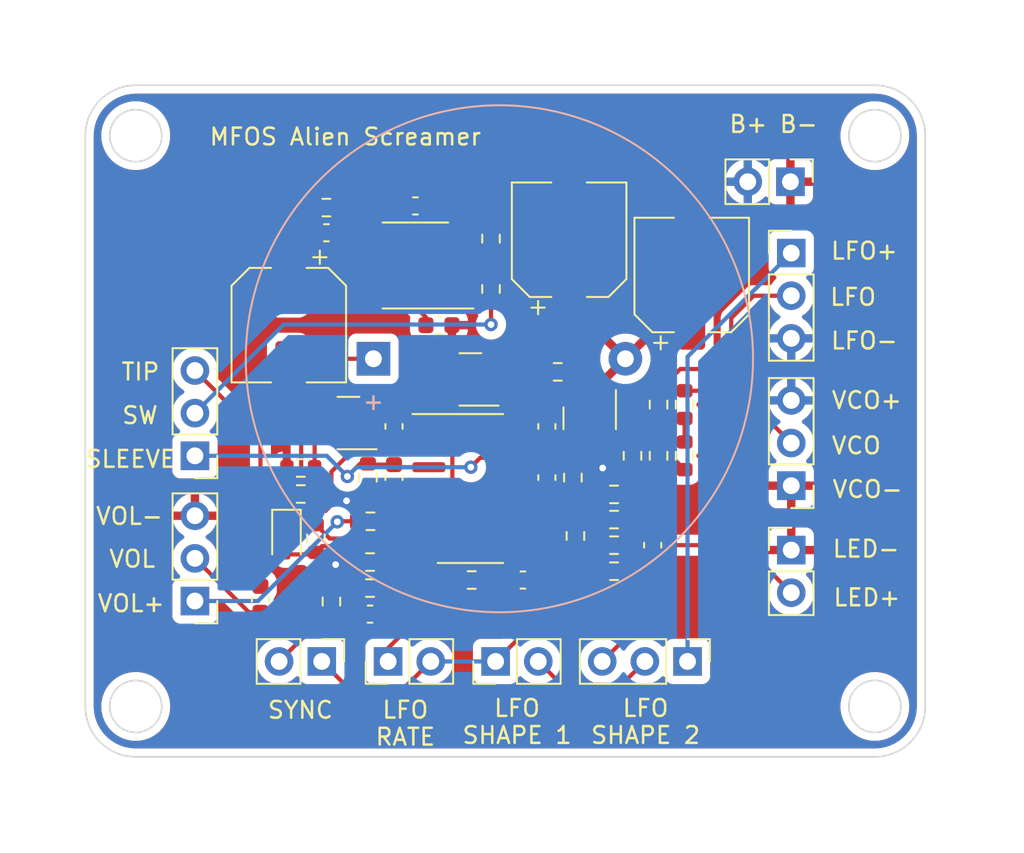
<source format=kicad_pcb>
(kicad_pcb (version 20221018) (generator pcbnew)
  (layers (0 "F.Cu" signal) (31 "B.Cu" signal) (34 "B.Paste" user) (35 "F.Paste" user) (36 "B.SilkS" user "B.Silkscreen") (37 "F.SilkS" user "F.Silkscreen") (38 "B.Mask" user) (39 "F.Mask" user) (44 "Edge.Cuts" user))
  (net 0 "")
  (net 1 "BP")
  (net 2 "BN")
  (net 3 "GND")
  (net 4 "Net-(U1C--)")
  (net 5 "Net-(C5-Pad1)")
  (net 6 "Net-(Q1-C)")
  (net 7 "Net-(J8-Pin_3)")
  (net 8 "Net-(J6-Pin_1)")
  (net 9 "Net-(Q2-C)")
  (net 10 "Net-(U1B--)")
  (net 11 "Net-(J5-Pin_2)")
  (net 12 "Net-(J11-Pin_3)")
  (net 13 "Net-(J6-Pin_2)")
  (net 14 "Net-(U2-BYPASS)")
  (net 15 "Net-(C12-Pad1)")
  (net 16 "Net-(C12-Pad2)")
  (net 17 "Net-(C13-Pad2)")
  (net 18 "Net-(D1-K)")
  (net 19 "Net-(D1-A)")
  (net 20 "Net-(J3-Pin_1)")
  (net 21 "Net-(J3-Pin_2)")
  (net 22 "Net-(J4-Pin_2)")
  (net 23 "Net-(J7-Pin_2)")
  (net 24 "Net-(J8-Pin_1)")
  (net 25 "Net-(J9-Pin_2)")
  (net 26 "Net-(J10-Pin_2)")
  (net 27 "Net-(J11-Pin_2)")
  (net 28 "Net-(Q1-B)")
  (net 29 "Net-(Q1-E)")
  (net 30 "Net-(Q3-G)")
  (net 31 "Net-(U1C-+)")
  (net 32 "Net-(U1B-+)")
  (net 33 "Net-(U2-+)")
  (footprint "Connector_PinHeader_2.54mm:PinHeader_1x02_P2.54mm_Vertical" (layer "F.Cu") (at 116.625 143.885)
    (fp_text reference "J4" hide)
    (fp_text value "LFO LED")
    (pad "1" thru_hole rect (at 0 0) (size 1.7 1.7) (drill 1) (layers "*.Cu" "*.Mask") (net 2 "BN"))
    (pad "2" thru_hole oval (at 0 2.54) (size 1.7 1.7) (drill 1) (layers "*.Cu" "*.Mask") (net 22 "Net-(J4-Pin_2)"))
  )
  (footprint "Package_TO_SOT_SMD:SOT-23" (layer "F.Cu") (at 90.2625 136.32 180)
    (fp_text reference "Q3" hide)
    (fp_text value "MMBF5457")
    (pad "1" smd roundrect (at -0.9375 -0.95 180) (size 1.475 0.6) (layers "F.Cu" "F.Paste" "F.Mask") (net 9 "Net-(Q2-C)"))
    (pad "2" smd roundrect (at -0.9375 0.95 180) (size 1.475 0.6) (layers "F.Cu" "F.Paste" "F.Mask") (net 8 "Net-(J6-Pin_1)"))
    (pad "3" smd roundrect (at 0.9375 0 180) (size 1.475 0.6) (layers "F.Cu" "F.Paste" "F.Mask") (net 30 "Net-(Q3-G)"))
  )
  (footprint "Resistor_SMD:R_0603_1608Metric" (layer "F.Cu") (at 103.625 139.57 -90)
    (fp_text reference "R2" hide)
    (fp_text value "4.7k")
    (pad "1" smd roundrect (at -0.825 0 270) (size 0.8 0.95) (layers "F.Cu" "F.Paste" "F.Mask") (net 3 "GND"))
    (pad "2" smd roundrect (at 0.825 0 270) (size 0.8 0.95) (layers "F.Cu" "F.Paste" "F.Mask") (net 2 "BN"))
  )
  (footprint "Resistor_SMD:R_0603_1608Metric" (layer "F.Cu") (at 106.075 145.145)
    (fp_text reference "R8" hide)
    (fp_text value "75k")
    (pad "1" smd roundrect (at -0.825 0) (size 0.8 0.95) (layers "F.Cu" "F.Paste" "F.Mask") (net 21 "Net-(J3-Pin_2)"))
    (pad "2" smd roundrect (at 0.825 0) (size 0.8 0.95) (layers "F.Cu" "F.Paste" "F.Mask") (net 7 "Net-(J8-Pin_3)"))
  )
  (footprint "Resistor_SMD:R_0603_1608Metric" (layer "F.Cu") (at 91.575 142.17)
    (fp_text reference "R15" hide)
    (fp_text value "10k")
    (pad "1" smd roundrect (at -0.825 0) (size 0.8 0.95) (layers "F.Cu" "F.Paste" "F.Mask") (net 8 "Net-(J6-Pin_1)"))
    (pad "2" smd roundrect (at 0.825 0) (size 0.8 0.95) (layers "F.Cu" "F.Paste" "F.Mask") (net 32 "Net-(U1B-+)"))
  )
  (footprint "Connector_PinHeader_2.54mm:PinHeader_1x02_P2.54mm_Vertical" (layer "F.Cu") (at 99.025 150.52 90)
    (fp_text reference "J7" hide)
    (fp_text value "LFO SHAPE 1")
    (pad "1" thru_hole rect (at 0 0 90) (size 1.7 1.7) (drill 1) (layers "*.Cu" "*.Mask") (net 21 "Net-(J3-Pin_2)"))
    (pad "2" thru_hole oval (at 0 2.54 90) (size 1.7 1.7) (drill 1) (layers "*.Cu" "*.Mask") (net 23 "Net-(J7-Pin_2)"))
  )
  (footprint "Package_TO_SOT_SMD:SOT-23" (layer "F.Cu") (at 104.625 136.0325 -90)
    (fp_text reference "Q1" hide)
    (fp_text value "MMBT3904")
    (pad "1" smd roundrect (at -0.9375 -0.95 270) (size 1.475 0.6) (layers "F.Cu" "F.Paste" "F.Mask") (net 28 "Net-(Q1-B)"))
    (pad "2" smd roundrect (at -0.9375 0.95 270) (size 1.475 0.6) (layers "F.Cu" "F.Paste" "F.Mask") (net 29 "Net-(Q1-E)"))
    (pad "3" smd roundrect (at 0.9375 0 270) (size 1.475 0.6) (layers "F.Cu" "F.Paste" "F.Mask") (net 6 "Net-(Q1-C)"))
  )
  (footprint "Diode_SMD:D_SOD-323" (layer "F.Cu") (at 86.575 143.095 -90)
    (fp_text reference "D1" hide)
    (fp_text value "1N4148WS")
    (pad "1" smd roundrect (at -1.05 0 270) (size 0.6 0.45) (layers "F.Cu" "F.Paste" "F.Mask") (net 18 "Net-(D1-K)"))
    (pad "2" smd roundrect (at 1.05 0 270) (size 0.6 0.45) (layers "F.Cu" "F.Paste" "F.Mask") (net 19 "Net-(D1-A)"))
  )
  (footprint "Capacitor_SMD:C_0603_1608Metric" (layer "F.Cu") (at 88.95 124.985 180)
    (fp_text reference "C12" hide)
    (fp_text value "47n")
    (pad "1" smd roundrect (at -0.775 0 180) (size 0.9 0.95) (layers "F.Cu" "F.Paste" "F.Mask") (net 15 "Net-(C12-Pad1)"))
    (pad "2" smd roundrect (at 0.775 0 180) (size 0.9 0.95) (layers "F.Cu" "F.Paste" "F.Mask") (net 16 "Net-(C12-Pad2)"))
  )
  (footprint "Resistor_SMD:R_0603_1608Metric" (layer "F.Cu") (at 110.275 135.22 -90)
    (fp_text reference "R9" hide)
    (fp_text value "75k")
    (pad "1" smd roundrect (at -0.825 0 270) (size 0.8 0.95) (layers "F.Cu" "F.Paste" "F.Mask") (net 26 "Net-(J10-Pin_2)"))
    (pad "2" smd roundrect (at 0.825 0 270) (size 0.8 0.95) (layers "F.Cu" "F.Paste" "F.Mask") (net 28 "Net-(Q1-B)"))
  )
  (footprint "Resistor_SMD:R_0603_1608Metric" (layer "F.Cu") (at 98.75 125.335 -90)
    (fp_text reference "R23" hide)
    (fp_text value "4.7k")
    (pad "1" smd roundrect (at -0.825 0 270) (size 0.8 0.95) (layers "F.Cu" "F.Paste" "F.Mask") (net 2 "BN"))
    (pad "2" smd roundrect (at 0.825 0 270) (size 0.8 0.95) (layers "F.Cu" "F.Paste" "F.Mask") (net 33 "Net-(U2-+)"))
  )
  (footprint "Connector_PinHeader_2.54mm:PinHeader_1x03_P2.54mm_Vertical" (layer "F.Cu") (at 116.625 140.05 180)
    (fp_text reference "J10" hide)
    (fp_text value "VCO FREQ")
    (pad "1" thru_hole rect (at 0 0 180) (size 1.7 1.7) (drill 1) (layers "*.Cu" "*.Mask") (net 2 "BN"))
    (pad "2" thru_hole oval (at 0 2.54 180) (size 1.7 1.7) (drill 1) (layers "*.Cu" "*.Mask") (net 26 "Net-(J10-Pin_2)"))
    (pad "3" thru_hole oval (at 0 5.08 180) (size 1.7 1.7) (drill 1) (layers "*.Cu" "*.Mask") (net 1 "BP"))
  )
  (footprint "Resistor_SMD:R_0603_1608Metric" (layer "F.Cu") (at 89.25 146.95 -90)
    (fp_text reference "R19" hide)
    (fp_text value "100k")
    (pad "1" smd roundrect (at -0.825 0 270) (size 0.8 0.95) (layers "F.Cu" "F.Paste" "F.Mask") (net 2 "BN"))
    (pad "2" smd roundrect (at 0.825 0 270) (size 0.8 0.95) (layers "F.Cu" "F.Paste" "F.Mask") (net 11 "Net-(J5-Pin_2)"))
  )
  (footprint "Capacitor_SMD:C_0603_1608Metric" (layer "F.Cu") (at 92.975 136.52 -90)
    (fp_text reference "C7" hide)
    (fp_text value "1n")
    (pad "1" smd roundrect (at -0.775 0 270) (size 0.9 0.95) (layers "F.Cu" "F.Paste" "F.Mask") (net 8 "Net-(J6-Pin_1)"))
    (pad "2" smd roundrect (at 0.775 0 270) (size 0.9 0.95) (layers "F.Cu" "F.Paste" "F.Mask") (net 9 "Net-(Q2-C)"))
  )
  (footprint "Resistor_SMD:R_0603_1608Metric" (layer "F.Cu") (at 87.425 140.545 180)
    (fp_text reference "R21" hide)
    (fp_text value "10k")
    (pad "1" smd roundrect (at -0.825 0 180) (size 0.8 0.95) (layers "F.Cu" "F.Paste" "F.Mask") (net 30 "Net-(Q3-G)"))
    (pad "2" smd roundrect (at 0.825 0 180) (size 0.8 0.95) (layers "F.Cu" "F.Paste" "F.Mask") (net 18 "Net-(D1-K)"))
  )
  (footprint "Capacitor_SMD:CP_Elec_6.3x7.7" (layer "F.Cu") (at 86.712499 130.487499 -90)
    (fp_text reference "C13" hide)
    (fp_text value "220u")
    (pad "1" smd roundrect (at -2.7 0 270) (size 3.5 1.6) (layers "F.Cu" "F.Paste" "F.Mask") (roundrect_rratio 0.15625) (net 15 "Net-(C12-Pad1)"))
    (pad "2" smd roundrect (at 2.7 0 270) (size 3.5 1.6) (layers "F.Cu" "F.Paste" "F.Mask") (roundrect_rratio 0.15625) (net 17 "Net-(C13-Pad2)"))
  )
  (footprint "Connector_PinHeader_2.54mm:PinHeader_1x02_P2.54mm_Vertical" (layer "F.Cu") (at 88.675 150.52 -90)
    (fp_text reference "J5" hide)
    (fp_text value "SYNC")
    (pad "1" thru_hole rect (at 0 0 270) (size 1.7 1.7) (drill 1) (layers "*.Cu" "*.Mask") (net 21 "Net-(J3-Pin_2)"))
    (pad "2" thru_hole oval (at 0 2.54 270) (size 1.7 1.7) (drill 1) (layers "*.Cu" "*.Mask") (net 11 "Net-(J5-Pin_2)"))
  )
  (footprint "Capacitor_SMD:C_0603_1608Metric" (layer "F.Cu") (at 108.375 143.595 -90)
    (fp_text reference "C6" hide)
    (fp_text value "1u")
    (pad "1" smd roundrect (at -0.775 0 270) (size 0.9 0.95) (layers "F.Cu" "F.Paste" "F.Mask") (net 2 "BN"))
    (pad "2" smd roundrect (at 0.775 0 270) (size 0.9 0.95) (layers "F.Cu" "F.Paste" "F.Mask") (net 7 "Net-(J8-Pin_3)"))
  )
  (footprint "Capacitor_SMD:C_0603_1608Metric" (layer "F.Cu") (at 94.25 123.385)
    (fp_text reference "C10" hide)
    (fp_text value "100n")
    (pad "1" smd roundrect (at -0.775 0) (size 0.9 0.95) (layers "F.Cu" "F.Paste" "F.Mask") (net 1 "BP"))
    (pad "2" smd roundrect (at 0.775 0) (size 0.9 0.95) (layers "F.Cu" "F.Paste" "F.Mask") (net 2 "BN"))
  )
  (footprint "Resistor_SMD:R_0603_1608Metric" (layer "F.Cu") (at 88.325 143.195 -90)
    (fp_text reference "R16" hide)
    (fp_text value "300k")
    (pad "1" smd roundrect (at -0.825 0 270) (size 0.8 0.95) (layers "F.Cu" "F.Paste" "F.Mask") (net 32 "Net-(U1B-+)"))
    (pad "2" smd roundrect (at 0.825 0 270) (size 0.8 0.95) (layers "F.Cu" "F.Paste" "F.Mask") (net 19 "Net-(D1-A)"))
  )
  (footprint "Package_SO:SOIC-8_3.9x4.9mm_P1.27mm" (layer "F.Cu") (at 94.25 126.935 180)
    (fp_text reference "U2" hide)
    (fp_text value "LM386")
    (pad "1" smd roundrect (at -2.475 -1.905 180) (size 1.95 0.6) (layers "F.Cu" "F.Paste" "F.Mask"))
    (pad "2" smd roundrect (at -2.475 -0.635 180) (size 1.95 0.6) (layers "F.Cu" "F.Paste" "F.Mask") (net 2 "BN"))
    (pad "3" smd roundrect (at -2.475 0.635 180) (size 1.95 0.6) (layers "F.Cu" "F.Paste" "F.Mask") (net 33 "Net-(U2-+)"))
    (pad "4" smd roundrect (at -2.475 1.905 180) (size 1.95 0.6) (layers "F.Cu" "F.Paste" "F.Mask") (net 2 "BN"))
    (pad "5" smd roundrect (at 2.475 1.905 180) (size 1.95 0.6) (layers "F.Cu" "F.Paste" "F.Mask") (net 15 "Net-(C12-Pad1)"))
    (pad "6" smd roundrect (at 2.475 0.635 180) (size 1.95 0.6) (layers "F.Cu" "F.Paste" "F.Mask") (net 1 "BP"))
    (pad "7" smd roundrect (at 2.475 -0.635 180) (size 1.95 0.6) (layers "F.Cu" "F.Paste" "F.Mask") (net 14 "Net-(U2-BYPASS)"))
    (pad "8" smd roundrect (at 2.475 -1.905 180) (size 1.95 0.6) (layers "F.Cu" "F.Paste" "F.Mask"))
  )
  (footprint "Package_TO_SOT_SMD:SOT-23" (layer "F.Cu") (at 97.525 133.72 180)
    (fp_text reference "Q2" hide)
    (fp_text value "MMBT3904")
    (pad "1" smd roundrect (at -0.9375 -0.95 180) (size 1.475 0.6) (layers "F.Cu" "F.Paste" "F.Mask") (net 3 "GND"))
    (pad "2" smd roundrect (at -0.9375 0.95 180) (size 1.475 0.6) (layers "F.Cu" "F.Paste" "F.Mask") (net 29 "Net-(Q1-E)"))
    (pad "3" smd roundrect (at 0.9375 0 180) (size 1.475 0.6) (layers "F.Cu" "F.Paste" "F.Mask") (net 9 "Net-(Q2-C)"))
  )
  (footprint "Connector_PinHeader_2.54mm:PinHeader_1x03_P2.54mm_Vertical" (layer "F.Cu") (at 116.625 126.195)
    (fp_text reference "J9" hide)
    (fp_text value "LFO DEPTH")
    (pad "1" thru_hole rect (at 0 0) (size 1.7 1.7) (drill 1) (layers "*.Cu" "*.Mask") (net 24 "Net-(J8-Pin_1)"))
    (pad "2" thru_hole oval (at 0 2.54) (size 1.7 1.7) (drill 1) (layers "*.Cu" "*.Mask") (net 25 "Net-(J9-Pin_2)"))
    (pad "3" thru_hole oval (at 0 5.08) (size 1.7 1.7) (drill 1) (layers "*.Cu" "*.Mask") (net 1 "BP"))
  )
  (footprint "Capacitor_SMD:CP_Elec_6.3x7.7" (layer "F.Cu") (at 110.7 127.5 90)
    (fp_text reference "C14" hide)
    (fp_text value "220u")
    (pad "1" smd roundrect (at -2.7 0 90) (size 3.5 1.6) (layers "F.Cu" "F.Paste" "F.Mask") (roundrect_rratio 0.15625) (net 1 "BP"))
    (pad "2" smd roundrect (at 2.7 0 90) (size 3.5 1.6) (layers "F.Cu" "F.Paste" "F.Mask") (roundrect_rratio 0.15625) (net 2 "BN"))
  )
  (footprint "Package_SO:SOIC-14_3.9x8.7mm_P1.27mm" (layer "F.Cu") (at 97.525 140.22)
    (fp_text reference "U1" hide)
    (fp_text value "LM324")
    (pad "1" smd roundrect (at -2.475 -3.81) (size 1.95 0.6) (layers "F.Cu" "F.Paste" "F.Mask") (net 8 "Net-(J6-Pin_1)"))
    (pad "2" smd roundrect (at -2.475 -2.54) (size 1.95 0.6) (layers "F.Cu" "F.Paste" "F.Mask") (net 9 "Net-(Q2-C)"))
    (pad "3" smd roundrect (at -2.475 -1.27) (size 1.95 0.6) (layers "F.Cu" "F.Paste" "F.Mask") (net 3 "GND"))
    (pad "4" smd roundrect (at -2.475 0) (size 1.95 0.6) (layers "F.Cu" "F.Paste" "F.Mask") (net 1 "BP"))
    (pad "5" smd roundrect (at -2.475 1.27) (size 1.95 0.6) (layers "F.Cu" "F.Paste" "F.Mask") (net 32 "Net-(U1B-+)"))
    (pad "6" smd roundrect (at -2.475 2.54) (size 1.95 0.6) (layers "F.Cu" "F.Paste" "F.Mask") (net 10 "Net-(U1B--)"))
    (pad "7" smd roundrect (at -2.475 3.81) (size 1.95 0.6) (layers "F.Cu" "F.Paste" "F.Mask") (net 19 "Net-(D1-A)"))
    (pad "8" smd roundrect (at 2.475 3.81) (size 1.95 0.6) (layers "F.Cu" "F.Paste" "F.Mask") (net 21 "Net-(J3-Pin_2)"))
    (pad "9" smd roundrect (at 2.475 2.54) (size 1.95 0.6) (layers "F.Cu" "F.Paste" "F.Mask") (net 4 "Net-(U1C--)"))
    (pad "10" smd roundrect (at 2.475 1.27) (size 1.95 0.6) (layers "F.Cu" "F.Paste" "F.Mask") (net 31 "Net-(U1C-+)"))
    (pad "11" smd roundrect (at 2.475 0) (size 1.95 0.6) (layers "F.Cu" "F.Paste" "F.Mask") (net 2 "BN"))
    (pad "12" smd roundrect (at 2.475 -1.27) (size 1.95 0.6) (layers "F.Cu" "F.Paste" "F.Mask") (net 3 "GND"))
    (pad "13" smd roundrect (at 2.475 -2.54) (size 1.95 0.6) (layers "F.Cu" "F.Paste" "F.Mask") (net 6 "Net-(Q1-C)"))
    (pad "14" smd roundrect (at 2.475 -3.81) (size 1.95 0.6) (layers "F.Cu" "F.Paste" "F.Mask") (net 5 "Net-(C5-Pad1)"))
  )
  (footprint "Connector_PinHeader_2.54mm:PinHeader_1x03_P2.54mm_Vertical" (layer "F.Cu") (at 110.45 150.52 -90)
    (fp_text reference "J8" hide)
    (fp_text value "LFO SHAPE 2")
    (pad "1" thru_hole rect (at 0 0 270) (size 1.7 1.7) (drill 1) (layers "*.Cu" "*.Mask") (net 24 "Net-(J8-Pin_1)"))
    (pad "2" thru_hole oval (at 0 2.54 270) (size 1.7 1.7) (drill 1) (layers "*.Cu" "*.Mask") (net 23 "Net-(J7-Pin_2)"))
    (pad "3" thru_hole oval (at 0 5.08 270) (size 1.7 1.7) (drill 1) (layers "*.Cu" "*.Mask") (net 7 "Net-(J8-Pin_3)"))
  )
  (footprint "Connector_PinHeader_2.54mm:PinHeader_1x02_P2.54mm_Vertical" (layer "F.Cu") (at 92.625 150.52 90)
    (fp_text reference "J3" hide)
    (fp_text value "LFO RATE")
    (pad "1" thru_hole rect (at 0 0 90) (size 1.7 1.7) (drill 1) (layers "*.Cu" "*.Mask") (net 20 "Net-(J3-Pin_1)"))
    (pad "2" thru_hole oval (at 0 2.54 90) (size 1.7 1.7) (drill 1) (layers "*.Cu" "*.Mask") (net 21 "Net-(J3-Pin_2)"))
  )
  (footprint "Connector_PinHeader_2.54mm:PinHeader_1x03_P2.54mm_Vertical" (layer "F.Cu") (at 81.125 146.92 180)
    (fp_text reference "J6" hide)
    (fp_text value "VOLUME")
    (pad "1" thru_hole rect (at 0 0 180) (size 1.7 1.7) (drill 1) (layers "*.Cu" "*.Mask") (net 8 "Net-(J6-Pin_1)"))
    (pad "2" thru_hole oval (at 0 2.54 180) (size 1.7 1.7) (drill 1) (layers "*.Cu" "*.Mask") (net 13 "Net-(J6-Pin_2)"))
    (pad "3" thru_hole oval (at 0 5.08 180) (size 1.7 1.7) (drill 1) (layers "*.Cu" "*.Mask") (net 2 "BN"))
  )
  (footprint "Resistor_SMD:R_0603_1608Metric" (layer "F.Cu") (at 108.725 138.27 90)
    (fp_text reference "R13" hide)
    (fp_text value "220k")
    (pad "1" smd roundrect (at -0.825 0 90) (size 0.8 0.95) (layers "F.Cu" "F.Paste" "F.Mask") (net 2 "BN"))
    (pad "2" smd roundrect (at 0.825 0 90) (size 0.8 0.95) (layers "F.Cu" "F.Paste" "F.Mask") (net 28 "Net-(Q1-B)"))
  )
  (footprint "Capacitor_SMD:CP_Elec_6.3x7.7" (layer "F.Cu") (at 103.4 125.4 90)
    (fp_text reference "C1" hide)
    (fp_text value "220u")
    (pad "1" smd roundrect (at -2.7 0 90) (size 3.5 1.6) (layers "F.Cu" "F.Paste" "F.Mask") (roundrect_rratio 0.15625) (net 1 "BP"))
    (pad "2" smd roundrect (at 2.7 0 90) (size 3.5 1.6) (layers "F.Cu" "F.Paste" "F.Mask") (roundrect_rratio 0.15625) (net 2 "BN"))
  )
  (footprint "Connector_PinHeader_2.54mm:PinHeader_1x02_P2.54mm_Vertical" (layer "F.Cu") (at 116.575 121.945 -90)
    (fp_text reference "J1" hide)
    (fp_text value "Battery")
    (pad "1" thru_hole rect (at 0 0 270) (size 1.7 1.7) (drill 1) (layers "*.Cu" "*.Mask") (net 2 "BN"))
    (pad "2" thru_hole oval (at 0 2.54 270) (size 1.7 1.7) (drill 1) (layers "*.Cu" "*.Mask") (net 1 "BP"))
  )
  (footprint "Capacitor_SMD:C_0603_1608Metric" (layer "F.Cu") (at 102.075 139.57 -90)
    (fp_text reference "C3" hide)
    (fp_text value "100n")
    (pad "1" smd roundrect (at -0.775 0 270) (size 0.9 0.95) (layers "F.Cu" "F.Paste" "F.Mask") (net 3 "GND"))
    (pad "2" smd roundrect (at 0.775 0 270) (size 0.9 0.95) (layers "F.Cu" "F.Paste" "F.Mask") (net 2 "BN"))
  )
  (footprint "Resistor_SMD:R_0603_1608Metric" (layer "F.Cu") (at 102.725 133.27)
    (fp_text reference "R14" hide)
    (fp_text value "10k")
    (pad "1" smd roundrect (at -0.825 0) (size 0.8 0.95) (layers "F.Cu" "F.Paste" "F.Mask") (net 5 "Net-(C5-Pad1)"))
    (pad "2" smd roundrect (at 0.825 0) (size 0.8 0.95) (layers "F.Cu" "F.Paste" "F.Mask") (net 29 "Net-(Q1-E)"))
  )
  (footprint "Capacitor_SMD:C_0603_1608Metric" (layer "F.Cu") (at 91.55 147.7 180)
    (fp_text reference "C8" hide)
    (fp_text value "10n")
    (pad "1" smd roundrect (at -0.775 0 180) (size 0.9 0.95) (layers "F.Cu" "F.Paste" "F.Mask") (net 10 "Net-(U1B--)"))
    (pad "2" smd roundrect (at 0.775 0 180) (size 0.9 0.95) (layers "F.Cu" "F.Paste" "F.Mask") (net 11 "Net-(J5-Pin_2)"))
  )
  (footprint "Resistor_SMD:R_0603_1608Metric" (layer "F.Cu") (at 110.275 138.27 90)
    (fp_text reference "R11" hide)
    (fp_text value "2k")
    (pad "1" smd roundrect (at -0.825 0 90) (size 0.8 0.95) (layers "F.Cu" "F.Paste" "F.Mask") (net 3 "GND"))
    (pad "2" smd roundrect (at 0.825 0 90) (size 0.8 0.95) (layers "F.Cu" "F.Paste" "F.Mask") (net 28 "Net-(Q1-B)"))
  )
  (footprint "Resistor_SMD:R_0603_1608Metric" (layer "F.Cu") (at 87.425 138.995)
    (fp_text reference "R20" hide)
    (fp_text value "2M")
    (pad "1" smd roundrect (at -0.825 0) (size 0.8 0.95) (layers "F.Cu" "F.Paste" "F.Mask") (net 2 "BN"))
    (pad "2" smd roundrect (at 0.825 0) (size 0.8 0.95) (layers "F.Cu" "F.Paste" "F.Mask") (net 30 "Net-(Q3-G)"))
  )
  (footprint "Capacitor_SMD:C_0603_1608Metric" (layer "F.Cu") (at 100.65 145.67)
    (fp_text reference "C4" hide)
    (fp_text value "1u")
    (pad "1" smd roundrect (at -0.775 0) (size 0.9 0.95) (layers "F.Cu" "F.Paste" "F.Mask") (net 4 "Net-(U1C--)"))
    (pad "2" smd roundrect (at 0.775 0) (size 0.9 0.95) (layers "F.Cu" "F.Paste" "F.Mask") (net 2 "BN"))
  )
  (footprint "Resistor_SMD:R_0603_1608Metric" (layer "F.Cu") (at 98.75 128.335 90)
    (fp_text reference "R22" hide)
    (fp_text value "100k")
    (pad "1" smd roundrect (at -0.825 0 90) (size 0.8 0.95) (layers "F.Cu" "F.Paste" "F.Mask") (net 27 "Net-(J11-Pin_2)"))
    (pad "2" smd roundrect (at 0.825 0 90) (size 0.8 0.95) (layers "F.Cu" "F.Paste" "F.Mask") (net 33 "Net-(U2-+)"))
  )
  (footprint "Capacitor_SMD:C_0603_1608Metric" (layer "F.Cu") (at 102.075 136.52 -90)
    (fp_text reference "C5" hide)
    (fp_text value "100p")
    (pad "1" smd roundrect (at -0.775 0 270) (size 0.9 0.95) (layers "F.Cu" "F.Paste" "F.Mask") (net 5 "Net-(C5-Pad1)"))
    (pad "2" smd roundrect (at 0.775 0 270) (size 0.9 0.95) (layers "F.Cu" "F.Paste" "F.Mask") (net 6 "Net-(Q1-C)"))
  )
  (footprint "Connector_PinHeader_2.54mm:PinHeader_1x03_P2.54mm_Vertical" (layer "F.Cu") (at 81.125 138.27 180)
    (fp_text reference "J11" hide)
    (fp_text value "JACK")
    (pad "1" thru_hole rect (at 0 0 180) (size 1.7 1.7) (drill 1) (layers "*.Cu" "*.Mask") (net 3 "GND"))
    (pad "2" thru_hole oval (at 0 2.54 180) (size 1.7 1.7) (drill 1) (layers "*.Cu" "*.Mask") (net 27 "Net-(J11-Pin_2)"))
    (pad "3" thru_hole oval (at 0 5.08 180) (size 1.7 1.7) (drill 1) (layers "*.Cu" "*.Mask") (net 12 "Net-(J11-Pin_3)"))
  )
  (footprint "Resistor_SMD:R_0603_1608Metric" (layer "F.Cu") (at 103.775 143.045 -90)
    (fp_text reference "R6" hide)
    (fp_text value "100k")
    (pad "1" smd roundrect (at -0.825 0 270) (size 0.8 0.95) (layers "F.Cu" "F.Paste" "F.Mask") (net 31 "Net-(U1C-+)"))
    (pad "2" smd roundrect (at 0.825 0 270) (size 0.8 0.95) (layers "F.Cu" "F.Paste" "F.Mask") (net 21 "Net-(J3-Pin_2)"))
  )
  (footprint "Capacitor_SMD:C_0603_1608Metric" (layer "F.Cu") (at 92.975 139.57 90)
    (fp_text reference "C2" hide)
    (fp_text value "100n")
    (pad "1" smd roundrect (at -0.775 0 90) (size 0.9 0.95) (layers "F.Cu" "F.Paste" "F.Mask") (net 1 "BP"))
    (pad "2" smd roundrect (at 0.775 0 90) (size 0.9 0.95) (layers "F.Cu" "F.Paste" "F.Mask") (net 3 "GND"))
  )
  (footprint "Resistor_SMD:R_0603_1608Metric" (layer "F.Cu") (at 108.725 135.22 -90)
    (fp_text reference "R10" hide)
    (fp_text value "100k")
    (pad "1" smd roundrect (at -0.825 0 270) (size 0.8 0.95) (layers "F.Cu" "F.Paste" "F.Mask") (net 25 "Net-(J9-Pin_2)"))
    (pad "2" smd roundrect (at 0.825 0 270) (size 0.8 0.95) (layers "F.Cu" "F.Paste" "F.Mask") (net 28 "Net-(Q1-B)"))
  )
  (footprint "Resistor_SMD:R_0603_1608Metric" (layer "F.Cu") (at 107.175 138.27 90)
    (fp_text reference "R12" hide)
    (fp_text value "2M")
    (pad "1" smd roundrect (at -0.825 0 90) (size 0.8 0.95) (layers "F.Cu" "F.Paste" "F.Mask") (net 1 "BP"))
    (pad "2" smd roundrect (at 0.825 0 90) (size 0.8 0.95) (layers "F.Cu" "F.Paste" "F.Mask") (net 6 "Net-(Q1-C)"))
  )
  (footprint "Resistor_SMD:R_0603_1608Metric" (layer "F.Cu") (at 106.075 142.07 180)
    (fp_text reference "R4" hide)
    (fp_text value "100k")
    (pad "1" smd roundrect (at -0.825 0 180) (size 0.8 0.95) (layers "F.Cu" "F.Paste" "F.Mask") (net 1 "BP"))
    (pad "2" smd roundrect (at 0.825 0 180) (size 0.8 0.95) (layers "F.Cu" "F.Paste" "F.Mask") (net 31 "Net-(U1C-+)"))
  )
  (footprint "Resistor_SMD:R_0603_1608Metric" (layer "F.Cu") (at 91.425 139.57 90)
    (fp_text reference "R1" hide)
    (fp_text value "4.7k")
    (pad "1" smd roundrect (at -0.825 0 90) (size 0.8 0.95) (layers "F.Cu" "F.Paste" "F.Mask") (net 1 "BP"))
    (pad "2" smd roundrect (at 0.825 0 90) (size 0.8 0.95) (layers "F.Cu" "F.Paste" "F.Mask") (net 3 "GND"))
  )
  (footprint "Capacitor_SMD:C_0603_1608Metric" (layer "F.Cu") (at 85.025 146.82 -90)
    (fp_text reference "C9" hide)
    (fp_text value "1u")
    (pad "1" smd roundrect (at -0.775 0 270) (size 0.9 0.95) (layers "F.Cu" "F.Paste" "F.Mask") (net 12 "Net-(J11-Pin_3)"))
    (pad "2" smd roundrect (at 0.775 0 270) (size 0.9 0.95) (layers "F.Cu" "F.Paste" "F.Mask") (net 13 "Net-(J6-Pin_2)"))
  )
  (footprint "Capacitor_SMD:C_0603_1608Metric" (layer "F.Cu") (at 95.65 130.49)
    (fp_text reference "C11" hide)
    (fp_text value "10u")
    (pad "1" smd roundrect (at -0.775 0) (size 0.9 0.95) (layers "F.Cu" "F.Paste" "F.Mask") (net 14 "Net-(U2-BYPASS)"))
    (pad "2" smd roundrect (at 0.775 0) (size 0.9 0.95) (layers "F.Cu" "F.Paste" "F.Mask") (net 2 "BN"))
  )
  (footprint "Resistor_SMD:R_0603_1608Metric" (layer "F.Cu") (at 91.55 144.6 180)
    (fp_text reference "R17" hide)
    (fp_text value "10k")
    (pad "1" smd roundrect (at -0.825 0 180) (size 0.8 0.95) (layers "F.Cu" "F.Paste" "F.Mask") (net 10 "Net-(U1B--)"))
    (pad "2" smd roundrect (at 0.825 0 180) (size 0.8 0.95) (layers "F.Cu" "F.Paste" "F.Mask") (net 1 "BP"))
  )
  (footprint "Resistor_SMD:R_0603_1608Metric" (layer "F.Cu") (at 106.075 143.595)
    (fp_text reference "R7" hide)
    (fp_text value "4.7k")
    (pad "1" smd roundrect (at -0.825 0) (size 0.8 0.95) (layers "F.Cu" "F.Paste" "F.Mask") (net 21 "Net-(J3-Pin_2)"))
    (pad "2" smd roundrect (at 0.825 0) (size 0.8 0.95) (layers "F.Cu" "F.Paste" "F.Mask") (net 22 "Net-(J4-Pin_2)"))
  )
  (footprint "Resistor_SMD:R_0603_1608Metric" (layer "F.Cu") (at 97.6 145.67 180)
    (fp_text reference "R3" hide)
    (fp_text value "3k")
    (pad "1" smd roundrect (at -0.825 0 180) (size 0.8 0.95) (layers "F.Cu" "F.Paste" "F.Mask") (net 4 "Net-(U1C--)"))
    (pad "2" smd roundrect (at 0.825 0 180) (size 0.8 0.95) (layers "F.Cu" "F.Paste" "F.Mask") (net 20 "Net-(J3-Pin_1)"))
  )
  (footprint "Resistor_SMD:R_0603_1608Metric" (layer "F.Cu") (at 91.55 146.15 180)
    (fp_text reference "R18" hide)
    (fp_text value "15k")
    (pad "1" smd roundrect (at -0.825 0 180) (size 0.8 0.95) (layers "F.Cu" "F.Paste" "F.Mask") (net 10 "Net-(U1B--)"))
    (pad "2" smd roundrect (at 0.825 0 180) (size 0.8 0.95) (layers "F.Cu" "F.Paste" "F.Mask") (net 2 "BN"))
  )
  (footprint "Resistor_SMD:R_0603_1608Metric" (layer "F.Cu") (at 88.95 123.485 180)
    (fp_text reference "R24" hide)
    (fp_text value "10")
    (pad "1" smd roundrect (at -0.825 0 180) (size 0.8 0.95) (layers "F.Cu" "F.Paste" "F.Mask") (net 2 "BN"))
    (pad "2" smd roundrect (at 0.825 0 180) (size 0.8 0.95) (layers "F.Cu" "F.Paste" "F.Mask") (net 16 "Net-(C12-Pad2)"))
  )
  (footprint "Resistor_SMD:R_0603_1608Metric" (layer "F.Cu") (at 106.075 140.57 180)
    (fp_text reference "R5" hide)
    (fp_text value "100k")
    (pad "1" smd roundrect (at -0.825 0 180) (size 0.8 0.95) (layers "F.Cu" "F.Paste" "F.Mask") (net 2 "BN"))
    (pad "2" smd roundrect (at 0.825 0 180) (size 0.8 0.95) (layers "F.Cu" "F.Paste" "F.Mask") (net 31 "Net-(U1C-+)"))
  )
  (footprint "Buzzer_Beeper:Buzzer_D30mm_H12.8mm_P15mm" (layer "B.Cu") (at 99.25 132.49)
    (fp_text reference "LS1" hide)
    (fp_text value "Speaker")
    (fp_text user "+" (at -7.5 2.54) (layer "B.SilkS") (effects (justify mirror)))
    (pad "1" thru_hole rect (at -7.5 0) (size 2 2) (drill 1) (layers "*.Cu" "*.Mask") (net 17 "Net-(C13-Pad2)"))
    (pad "2" thru_hole circle (at 7.5 0) (size 2 2) (drill 1) (layers "*.Cu" "*.Mask") (net 2 "BN"))
  )
  (gr_arc (start 77.6 156.2) (mid 75.478679 155.321321) (end 74.6 153.2) (stroke (width 0.1)) (layer "Edge.Cuts"))
  (gr_line (start 74.6 119.2) (end 74.6 153.2) (stroke (width 0.1)) (layer "Edge.Cuts"))
  (gr_circle (center 77.6 153.2) (end 79.15 153.2) (stroke (width 0.1)) (fill none) (layer "Edge.Cuts"))
  (gr_circle (center 121.6 153.2) (end 123.15 153.2) (stroke (width 0.1)) (fill none) (layer "Edge.Cuts"))
  (gr_line (start 121.6 116.2) (end 77.6 116.2) (stroke (width 0.1)) (layer "Edge.Cuts"))
  (gr_circle (center 77.6 119.2) (end 79.15 119.2) (stroke (width 0.1)) (fill none) (layer "Edge.Cuts"))
  (gr_arc (start 74.6 119.2) (mid 75.478679 117.078679) (end 77.6 116.2) (stroke (width 0.1)) (layer "Edge.Cuts"))
  (gr_arc (start 124.6 153.2) (mid 123.721321 155.321321) (end 121.6 156.2) (stroke (width 0.1)) (layer "Edge.Cuts"))
  (gr_line (start 77.6 156.2) (end 121.6 156.2) (stroke (width 0.1)) (layer "Edge.Cuts"))
  (gr_circle (center 121.6 119.2) (end 123.15 119.2) (stroke (width 0.1)) (fill none) (layer "Edge.Cuts"))
  (gr_line (start 124.6 153.2) (end 124.6 119.2) (stroke (width 0.1)) (layer "Edge.Cuts"))
  (gr_arc (start 121.6 116.2) (mid 123.721321 117.078679) (end 124.6 119.2) (stroke (width 0.1)) (layer "Edge.Cuts"))
  (gr_text "LED-" (at 119 144.4) (layer "F.SilkS") (effects (font (size 1 1)) (justify left bottom)))
  (gr_text "MFOS Alien Screamer" (at 98.25 119.85) (layer "F.SilkS") (effects (font (size 1 1)) (justify right bottom)))
  (gr_text "LFO\nSHAPE 1" (at 100.3 155.5) (layer "F.SilkS") (effects (font (size 1 1)) (justify bottom)))
  (gr_text "VCO" (at 118.95 138.25) (layer "F.SilkS") (effects (font (size 1 1)) (justify left bottom)))
  (gr_text "VOL" (at 78.85 145) (layer "F.SilkS") (effects (font (size 1 1)) (justify right bottom)))
  (gr_text "B-" (at 115.85 119.1) (layer "F.SilkS") (effects (font (size 1 1)) (justify left bottom)))
  (gr_text "VCO+" (at 118.95 135.55) (layer "F.SilkS") (effects (font (size 1 1)) (justify left bottom)))
  (gr_text "LFO\nSHAPE 2" (at 107.95 155.5) (layer "F.SilkS") (effects (font (size 1 1)) (justify bottom)))
  (gr_text "LFO\nRATE" (at 93.65 155.6) (layer "F.SilkS") (effects (font (size 1 1)) (justify bottom)))
  (gr_text "LFO-" (at 118.9 132) (layer "F.SilkS") (effects (font (size 1 1)) (justify left bottom)))
  (gr_text "SW" (at 79 136.45) (layer "F.SilkS") (effects (font (size 1 1)) (justify right bottom)))
  (gr_text "SLEEVE" (at 80.05 139.05) (layer "F.SilkS") (effects (font (size 1 1)) (justify right bottom)))
  (gr_text "VOL+" (at 79.4 147.65) (layer "F.SilkS") (effects (font (size 1 1)) (justify right bottom)))
  (gr_text "LED+" (at 119.05 147.3) (layer "F.SilkS") (effects (font (size 1 1)) (justify left bottom)))
  (gr_text "TIP" (at 79.1 133.85) (layer "F.SilkS") (effects (font (size 1 1)) (justify right bottom)))
  (gr_text "SYNC" (at 87.4 154) (layer "F.SilkS") (effects (font (size 1 1)) (justify bottom)))
  (gr_text "LFO" (at 118.85 129.4) (layer "F.SilkS") (effects (font (size 1 1)) (justify left bottom)))
  (gr_text "VCO-" (at 119 140.85) (layer "F.SilkS") (effects (font (size 1 1)) (justify left bottom)))
  (gr_text "LFO+" (at 118.9 126.65) (layer "F.SilkS") (effects (font (size 1 1)) (justify left bottom)))
  (gr_text "VOL-" (at 79.3 142.45) (layer "F.SilkS") (effects (font (size 1 1)) (justify right bottom)))
  (gr_text "B+" (at 112.85 119.1) (layer "F.SilkS") (effects (font (size 1 1)) (justify left bottom)))
  (segment (start 106.2 139.8) (end 106.2 141.37) (width 0.2) (layer "F.Cu") (net 1))
  (segment (start 106.2 141.37) (end 106.9 142.07) (width 0.2) (layer "F.Cu") (net 1))
  (segment (start 91.475 140.345) (end 91.425 140.395) (width 0.2) (layer "F.Cu") (net 1))
  (segment (start 114.035 126.865) (end 110.7 130.2) (width 0.2) (layer "F.Cu") (net 1))
  (segment (start 89.65 144.6) (end 89.5 144.75) (width 0.2) (layer "F.Cu") (net 1))
  (segment (start 108.6 128.1) (end 103.4 128.1) (width 0.2) (layer "F.Cu") (net 1))
  (segment (start 92.749999 126.3) (end 94.689999 128.24) (width 0.2) (layer "F.Cu") (net 1))
  (segment (start 90.725 144.6) (end 89.65 144.6) (width 0.2) (layer "F.Cu") (net 1))
  (segment (start 91.775 126.3) (end 92.749999 126.3) (width 0.2) (layer "F.Cu") (net 1))
  (segment (start 116.625 131.275) (end 116.625 134.97) (width 0.2) (layer "F.Cu") (net 1))
  (segment (start 90.705 140.395) (end 90.15 140.95) (width 0.2) (layer "F.Cu") (net 1))
  (segment (start 106.2 139.8) (end 105.4 139) (width 0.2) (layer "F.Cu") (net 1))
  (segment (start 93.1 140.22) (end 92.975 140.345) (width 0.2) (layer "F.Cu") (net 1))
  (segment (start 92.975 140.345) (end 91.475 140.345) (width 0.2) (layer "F.Cu") (net 1))
  (segment (start 103.26 128.24) (end 103.4 128.1) (width 0.2) (layer "F.Cu") (net 1))
  (segment (start 110.7 130.2) (end 108.6 128.1) (width 0.2) (layer "F.Cu") (net 1))
  (segment (start 114.035 121.945) (end 114.035 126.865) (width 0.2) (layer "F.Cu") (net 1))
  (segment (start 94.689999 128.24) (end 103.26 128.24) (width 0.2) (layer "F.Cu") (net 1))
  (segment (start 95.05 140.22) (end 93.1 140.22) (width 0.2) (layer "F.Cu") (net 1))
  (segment (start 106.905 139.095) (end 106.2 139.8) (width 0.2) (layer "F.Cu") (net 1))
  (segment (start 91.425 140.395) (end 90.705 140.395) (width 0.2) (layer "F.Cu") (net 1))
  (segment (start 93.475 125.574999) (end 93.475 123.385) (width 0.2) (layer "F.Cu") (net 1))
  (segment (start 107.175 139.095) (end 106.905 139.095) (width 0.2) (layer "F.Cu") (net 1))
  (segment (start 92.749999 126.3) (end 93.475 125.574999) (width 0.2) (layer "F.Cu") (net 1))
  (via (at 89.5 144.75) (size 0.8) (drill 0.4) (layers "F.Cu" "B.Cu") (net 1))
  (via (at 105.4 139) (size 0.8) (drill 0.4) (layers "F.Cu" "B.Cu") (net 1))
  (via (at 90.15 140.95) (size 0.8) (drill 0.4) (layers "F.Cu" "B.Cu") (net 1))
  (segment (start 101.95 140.22) (end 102.075 140.345) (width 0.2) (layer "F.Cu") (net 2))
  (segment (start 98.23 125.03) (end 98.75 124.51) (width 0.2) (layer "F.Cu") (net 2))
  (segment (start 97.6 141.645001) (end 97.6 146.032648) (width 0.2) (layer "F.Cu") (net 2))
  (segment (start 89.275 146.15) (end 89.25 146.125) (width 0.2) (layer "F.Cu") (net 2))
  (segment (start 95.025 123.385) (end 95.08 123.385) (width 0.2) (layer "F.Cu") (net 2))
  (segment (start 100 140.22) (end 99.025001 140.22) (width 0.2) (layer "F.Cu") (net 2))
  (segment (start 96.725 125.03) (end 95.750001 125.03) (width 0.2) (layer "F.Cu") (net 2))
  (segment (start 100.395 146.7) (end 101.425 145.67) (width 0.2) (layer "F.Cu") (net 2))
  (segment (start 107.25 140.57) (end 106.9 140.57) (width 0.2) (layer "F.Cu") (net 2))
  (segment (start 97.6 146.032648) (end 98.267352 146.7) (width 0.2) (layer "F.Cu") (net 2))
  (segment (start 98.75 124.51) (end 98.75 124.57) (width 0.2) (layer "F.Cu") (net 2))
  (segment (start 96.725 127.57) (end 95.750001 127.57) (width 0.2) (layer "F.Cu") (net 2))
  (segment (start 96.725 125.03) (end 98.23 125.03) (width 0.2) (layer "F.Cu") (net 2))
  (segment (start 99.025001 140.22) (end 97.6 141.645001) (width 0.2) (layer "F.Cu") (net 2))
  (segment (start 98.267352 146.7) (end 100.395 146.7) (width 0.2) (layer "F.Cu") (net 2))
  (segment (start 102.125 140.395) (end 102.075 140.345) (width 0.2) (layer "F.Cu") (net 2))
  (segment (start 116.625 140.05) (end 116.625 143.885) (width 0.2) (layer "F.Cu") (net 2))
  (segment (start 90.955 138.745) (end 90.2 139.5) (width 0.25) (layer "F.Cu") (net 3))
  (segment (start 98.112501 138.387499) (end 97.55 138.95) (width 0.25) (layer "F.Cu") (net 3))
  (segment (start 95.05 138.95) (end 93.13 138.95) (width 0.25) (layer "F.Cu") (net 3))
  (segment (start 98.4625 138.387499) (end 99.025001 138.95) (width 0.25) (layer "F.Cu") (net 3))
  (segment (start 101.92 138.95) (end 102.075 138.795) (width 0.25) (layer "F.Cu") (net 3))
  (segment (start 99.025001 138.95) (end 100 138.95) (width 0.25) (layer "F.Cu") (net 3))
  (segment (start 100 138.95) (end 101.92 138.95) (width 0.25) (layer "F.Cu") (net 3))
  (segment (start 109.43 138.25) (end 104.12 138.25) (width 0.25) (layer "F.Cu") (net 3))
  (segment (start 104.12 138.25) (end 103.625 138.745) (width 0.25) (layer "F.Cu") (net 3))
  (segment (start 91.475 138.795) (end 91.425 138.745) (width 0.25) (layer "F.Cu") (net 3))
  (segment (start 93.13 138.95) (end 92.975 138.795) (width 0.25) (layer "F.Cu") (net 3))
  (segment (start 98.4625 138.387499) (end 98.112501 138.387499) (width 0.25) (layer "F.Cu") (net 3))
  (segment (start 103.625 138.745) (end 102.125 138.745) (width 0.25) (layer "F.Cu") (net 3))
  (segment (start 102.125 138.745) (end 102.075 138.795) (width 0.25) (layer "F.Cu") (net 3))
  (segment (start 98.4625 134.67) (end 98.4625 138.387499) (width 0.25) (layer "F.Cu") (net 3))
  (segment (start 92.975 138.795) (end 91.475 138.795) (width 0.25) (layer "F.Cu") (net 3))
  (segment (start 91.425 138.745) (end 90.955 138.745) (width 0.25) (layer "F.Cu") (net 3))
  (segment (start 110.275 139.095) (end 109.43 138.25) (width 0.25) (layer "F.Cu") (net 3))
  (via (at 90.2 139.5) (size 0.8) (drill 0.4) (layers "F.Cu" "B.Cu") (net 3))
  (via (at 97.55 138.95) (size 0.8) (drill 0.4) (layers "F.Cu" "B.Cu") (net 3))
  (segment (start 90.75 138.95) (end 90.2 139.5) (width 0.25) (layer "B.Cu") (net 3))
  (segment (start 97.55 138.95) (end 90.75 138.95) (width 0.25) (layer "B.Cu") (net 3))
  (segment (start 88.97 138.27) (end 81.125 138.27) (width 0.25) (layer "B.Cu") (net 3))
  (segment (start 90.2 139.5) (end 88.97 138.27) (width 0.25) (layer "B.Cu") (net 3))
  (segment (start 99.025001 142.76) (end 98.425 143.360001) (width 0.25) (layer "F.Cu") (net 4))
  (segment (start 99.875 145.67) (end 98.425 145.67) (width 0.25) (layer "F.Cu") (net 4))
  (segment (start 100 142.76) (end 99.025001 142.76) (width 0.25) (layer "F.Cu") (net 4))
  (segment (start 98.425 143.360001) (end 98.425 145.67) (width 0.25) (layer "F.Cu") (net 4))
  (segment (start 101.9 133.27) (end 101.9 135.57) (width 0.25) (layer "F.Cu") (net 5))
  (segment (start 101.9 135.57) (end 102.075 135.745) (width 0.25) (layer "F.Cu") (net 5))
  (segment (start 101.41 136.41) (end 102.075 135.745) (width 0.25) (layer "F.Cu") (net 5))
  (segment (start 100 136.41) (end 101.41 136.41) (width 0.25) (layer "F.Cu") (net 5))
  (segment (start 101.69 137.68) (end 102.075 137.295) (width 0.25) (layer "F.Cu") (net 6))
  (segment (start 104.625 136.97) (end 105.1 137.445) (width 0.25) (layer "F.Cu") (net 6))
  (segment (start 105.1 137.445) (end 107.175 137.445) (width 0.25) (layer "F.Cu") (net 6))
  (segment (start 100 137.68) (end 101.69 137.68) (width 0.25) (layer "F.Cu") (net 6))
  (segment (start 104.3 137.295) (end 104.625 136.97) (width 0.25) (layer "F.Cu") (net 6))
  (segment (start 102.075 137.295) (end 104.3 137.295) (width 0.25) (layer "F.Cu") (net 6))
  (segment (start 106.9 145.145) (end 106.9 148.99) (width 0.25) (layer "F.Cu") (net 7))
  (segment (start 106.9 148.99) (end 105.37 150.52) (width 0.25) (layer "F.Cu") (net 7))
  (segment (start 107.6 145.145) (end 108.375 144.37) (width 0.25) (layer "F.Cu") (net 7))
  (segment (start 106.9 145.145) (end 107.6 145.145) (width 0.25) (layer "F.Cu") (net 7))
  (segment (start 91.2 135.37) (end 92.6 135.37) (width 0.25) (layer "F.Cu") (net 8))
  (segment (start 89.63 142.17) (end 89.6 142.2) (width 0.25) (layer "F.Cu") (net 8))
  (segment (start 96.45 136.835001) (end 96.024999 136.41) (width 0.25) (layer "F.Cu") (net 8))
  (segment (start 95.05 136.41) (end 93.64 136.41) (width 0.25) (layer "F.Cu") (net 8))
  (segment (start 94.024092 140.845) (end 96.105 140.845) (width 0.25) (layer "F.Cu") (net 8))
  (segment (start 93.499092 141.37) (end 94.024092 140.845) (width 0.25) (layer "F.Cu") (net 8))
  (segment (start 96.45 140.5) (end 96.45 136.835001) (width 0.25) (layer "F.Cu") (net 8))
  (segment (start 92.6 135.37) (end 92.975 135.745) (width 0.25) (layer "F.Cu") (net 8))
  (segment (start 96.024999 136.41) (end 95.05 136.41) (width 0.25) (layer "F.Cu") (net 8))
  (segment (start 93.64 136.41) (end 92.975 135.745) (width 0.25) (layer "F.Cu") (net 8))
  (segment (start 96.105 140.845) (end 96.45 140.5) (width 0.25) (layer "F.Cu") (net 8))
  (segment (start 90.75 142.17) (end 89.63 142.17) (width 0.25) (layer "F.Cu") (net 8))
  (segment (start 91.55 141.37) (end 93.499092 141.37) (width 0.25) (layer "F.Cu") (net 8))
  (segment (start 90.75 142.17) (end 91.55 141.37) (width 0.25) (layer "F.Cu") (net 8))
  (via (at 89.6 142.2) (size 0.8) (drill 0.4) (layers "F.Cu" "B.Cu") (net 8))
  (segment (start 84.88 146.92) (end 81.125 146.92) (width 0.25) (layer "B.Cu") (net 8))
  (segment (start 89.6 142.2) (end 84.88 146.92) (width 0.25) (layer "B.Cu") (net 8))
  (segment (start 87.731996 141.55) (end 88.9 141.55) (width 0.25) (layer "F.Cu") (net 9))
  (segment (start 88.9 141.55) (end 89.25 141.2) (width 0.25) (layer "F.Cu") (net 9))
  (segment (start 87.45 141.268004) (end 87.731996 141.55) (width 0.25) (layer "F.Cu") (net 9))
  (segment (start 96.5875 133.72) (end 95.7075 134.6) (width 0.25) (layer "F.Cu") (net 9))
  (segment (start 89.25 141.2) (end 89.25 139.22) (width 0.25) (layer "F.Cu") (net 9))
  (segment (start 89.631592 134.6) (end 87.45 136.781592) (width 0.25) (layer "F.Cu") (net 9))
  (segment (start 95.7075 134.6) (end 89.631592 134.6) (width 0.25) (layer "F.Cu") (net 9))
  (segment (start 91.2 137.27) (end 92.95 137.27) (width 0.25) (layer "F.Cu") (net 9))
  (segment (start 92.95 137.27) (end 92.975 137.295) (width 0.25) (layer "F.Cu") (net 9))
  (segment (start 95.05 137.68) (end 93.36 137.68) (width 0.25) (layer "F.Cu") (net 9))
  (segment (start 87.45 136.781592) (end 87.45 141.268004) (width 0.25) (layer "F.Cu") (net 9))
  (segment (start 89.25 139.22) (end 91.2 137.27) (width 0.25) (layer "F.Cu") (net 9))
  (segment (start 93.36 137.68) (end 92.975 137.295) (width 0.25) (layer "F.Cu") (net 9))
  (segment (start 92.375 144.6) (end 92.375 146.15) (width 0.25) (layer "F.Cu") (net 10))
  (segment (start 92.43 144.655) (end 92.375 144.6) (width 0.25) (layer "F.Cu") (net 10))
  (segment (start 95.05 142.76) (end 96.024999 142.76) (width 0.25) (layer "F.Cu") (net 10))
  (segment (start 96.024999 142.76) (end 96.35 143.085001) (width 0.25) (layer "F.Cu") (net 10))
  (segment (start 96.095 144.655) (end 92.43 144.655) (width 0.25) (layer "F.Cu") (net 10))
  (segment (start 96.35 143.085001) (end 96.35 144.4) (width 0.25) (layer "F.Cu") (net 10))
  (segment (start 92.325 147.7) (end 92.325 146.2) (width 0.25) (layer "F.Cu") (net 10))
  (segment (start 96.35 144.4) (end 96.095 144.655) (width 0.25) (layer "F.Cu") (net 10))
  (segment (start 92.325 146.2) (end 92.375 146.15) (width 0.25) (layer "F.Cu") (net 10))
  (segment (start 89.25 147.775) (end 88.88 147.775) (width 0.25) (layer "F.Cu") (net 11))
  (segment (start 88.88 147.775) (end 86.135 150.52) (width 0.25) (layer "F.Cu") (net 11))
  (segment (start 89.325 147.7) (end 89.25 147.775) (width 0.25) (layer "F.Cu") (net 11))
  (segment (start 90.775 147.7) (end 89.325 147.7) (width 0.25) (layer "F.Cu") (net 11))
  (segment (start 85.025 137.09) (end 85.025 146.045) (width 0.25) (layer "F.Cu") (net 12))
  (segment (start 81.125 133.19) (end 85.025 137.09) (width 0.25) (layer "F.Cu") (net 12))
  (segment (start 85.025 147.595) (end 84.34 147.595) (width 0.25) (layer "F.Cu") (net 13))
  (segment (start 84.34 147.595) (end 81.125 144.38) (width 0.25) (layer "F.Cu") (net 13))
  (segment (start 94.875 130.015) (end 92.43 127.57) (width 0.25) (layer "F.Cu") (net 14))
  (segment (start 94.875 130.49) (end 94.875 130.015) (width 0.25) (layer "F.Cu") (net 14))
  (segment (start 92.43 127.57) (end 91.775 127.57) (width 0.25) (layer "F.Cu") (net 14))
  (segment (start 87.562501 127.787499) (end 86.712499 127.787499) (width 0.25) (layer "F.Cu") (net 15))
  (segment (start 89.77 125.03) (end 89.725 124.985) (width 0.25) (layer "F.Cu") (net 15))
  (segment (start 89.725 125.625) (end 87.562501 127.787499) (width 0.25) (layer "F.Cu") (net 15))
  (segment (start 89.725 124.985) (end 89.725 125.625) (width 0.25) (layer "F.Cu") (net 15))
  (segment (start 91.775 125.03) (end 89.77 125.03) (width 0.25) (layer "F.Cu") (net 15))
  (segment (start 88.125 123.485) (end 88.125 124.935) (width 0.25) (layer "F.Cu") (net 16))
  (segment (start 88.125 124.935) (end 88.175 124.985) (width 0.25) (layer "F.Cu") (net 16))
  (segment (start 87.409998 132.49) (end 86.712499 133.187499) (width 0.25) (layer "F.Cu") (net 17))
  (segment (start 91.75 132.49) (end 87.409998 132.49) (width 0.25) (layer "F.Cu") (net 17))
  (segment (start 86.575 140.57) (end 86.6 140.545) (width 0.25) (layer "F.Cu") (net 18))
  (segment (start 86.575 142.045) (end 86.575 140.57) (width 0.25) (layer "F.Cu") (net 18))
  (segment (start 88.325 144.02) (end 88.695 143.65) (width 0.25) (layer "F.Cu") (net 19))
  (segment (start 93.68 144.03) (end 95.05 144.03) (width 0.25) (layer "F.Cu") (net 19))
  (segment (start 86.575 144.145) (end 88.2 144.145) (width 0.25) (layer "F.Cu") (net 19))
  (segment (start 93.3 143.65) (end 93.68 144.03) (width 0.25) (layer "F.Cu") (net 19))
  (segment (start 88.2 144.145) (end 88.325 144.02) (width 0.25) (layer "F.Cu") (net 19))
  (segment (start 88.695 143.65) (end 93.3 143.65) (width 0.25) (layer "F.Cu") (net 19))
  (segment (start 92.625 149.725) (end 96.68 145.67) (width 0.25) (layer "F.Cu") (net 20))
  (segment (start 92.625 150.52) (end 92.625 149.725) (width 0.25) (layer "F.Cu") (net 20))
  (segment (start 96.68 145.67) (end 96.775 145.67) (width 0.25) (layer "F.Cu") (net 20))
  (segment (start 93.335 152.35) (end 95.165 150.52) (width 0.25) (layer "F.Cu") (net 21))
  (segment (start 105.25 145.145) (end 105.25 143.595) (width 0.25) (layer "F.Cu") (net 21))
  (segment (start 103.615 144.03) (end 103.775 143.87) (width 0.25) (layer "F.Cu") (net 21))
  (segment (start 88.675 150.52) (end 90.505 152.35) (width 0.25) (layer "F.Cu") (net 21))
  (segment (start 105.25 145.145) (end 104.4 145.145) (width 0.25) (layer "F.Cu") (net 21))
  (segment (start 104.4 145.145) (end 99.025 150.52) (width 0.25) (layer "F.Cu") (net 21))
  (segment (start 90.505 152.35) (end 93.335 152.35) (width 0.25) (layer "F.Cu") (net 21))
  (segment (start 100 144.03) (end 103.615 144.03) (width 0.25) (layer "F.Cu") (net 21))
  (segment (start 103.775 143.87) (end 104.975 143.87) (width 0.25) (layer "F.Cu") (net 21))
  (segment (start 104.975 143.87) (end 105.25 143.595) (width 0.25) (layer "F.Cu") (net 21))
  (segment (start 99.025 150.52) (end 95.165 150.52) (width 0.25) (layer "B.Cu") (net 21))
  (segment (start 106.9 143.595) (end 113.795 143.595) (width 0.25) (layer "F.Cu") (net 22))
  (segment (start 113.795 143.595) (end 116.625 146.425) (width 0.25) (layer "F.Cu") (net 22))
  (segment (start 106.53 151.9) (end 102.945 151.9) (width 0.25) (layer "F.Cu") (net 23))
  (segment (start 107.91 150.52) (end 106.53 151.9) (width 0.25) (layer "F.Cu") (net 23))
  (segment (start 102.945 151.9) (end 101.565 150.52) (width 0.25) (layer "F.Cu") (net 23))
  (segment (start 110.45 132.37) (end 116.625 126.195) (width 0.25) (layer "B.Cu") (net 24))
  (segment (start 110.45 150.52) (end 110.45 132.37) (width 0.25) (layer "B.Cu") (net 24))
  (segment (start 114.385 128.735) (end 113.05 130.07) (width 0.25) (layer "F.Cu") (net 25))
  (segment (start 113.05 130.07) (end 113.05 132.2) (width 0.25) (layer "F.Cu") (net 25))
  (segment (start 116.625 128.735) (end 114.385 128.735) (width 0.25) (layer "F.Cu") (net 25))
  (segment (start 112.15 133.1) (end 110.02 133.1) (width 0.25) (layer "F.Cu") (net 25))
  (segment (start 113.05 132.2) (end 112.15 133.1) (width 0.25) (layer "F.Cu") (net 25))
  (segment (start 110.02 133.1) (end 108.725 134.395) (width 0.25) (layer "F.Cu") (net 25))
  (segment (start 110.275 134.395) (end 113.51 134.395) (width 0.25) (layer "F.Cu") (net 26))
  (segment (start 113.51 134.395) (end 116.625 137.51) (width 0.25) (layer "F.Cu") (net 26))
  (segment (start 98.75 129.16) (end 98.75 130.45) (width 0.25) (layer "F.Cu") (net 27))
  (via (at 98.75 130.45) (size 0.8) (drill 0.4) (layers "F.Cu" "B.Cu") (net 27))
  (segment (start 81.125 135.73) (end 86.405 130.45) (width 0.25) (layer "B.Cu") (net 27))
  (segment (start 86.405 130.45) (end 98.75 130.45) (width 0.25) (layer "B.Cu") (net 27))
  (segment (start 108.725 136.045) (end 108.725 137.445) (width 0.25) (layer "F.Cu") (net 28))
  (segment (start 108.725 136.045) (end 110.275 136.045) (width 0.25) (layer "F.Cu") (net 28))
  (segment (start 108.725 137.445) (end 110.275 137.445) (width 0.25) (layer "F.Cu") (net 28))
  (segment (start 110.275 136.045) (end 110.275 137.445) (width 0.25) (layer "F.Cu") (net 28))
  (segment (start 106.525 136.045) (end 108.725 136.045) (width 0.25) (layer "F.Cu") (net 28))
  (segment (start 105.575 135.095) (end 106.525 136.045) (width 0.25) (layer "F.Cu") (net 28))
  (segment (start 103.55 133.27) (end 103.55 132.795) (width 0.25) (layer "F.Cu") (net 29))
  (segment (start 98.7625 132.47) (end 98.4625 132.77) (width 0.25) (layer "F.Cu") (net 29))
  (segment (start 103.225 132.47) (end 98.7625 132.47) (width 0.25) (layer "F.Cu") (net 29))
  (segment (start 103.675 133.395) (end 103.55 133.27) (width 0.25) (layer "F.Cu") (net 29))
  (segment (start 103.675 135.095) (end 103.675 133.395) (width 0.25) (layer "F.Cu") (net 29))
  (segment (start 103.55 132.795) (end 103.225 132.47) (width 0.25) (layer "F.Cu") (net 29))
  (segment (start 88.25 140.545) (end 88.25 138.995) (width 0.25) (layer "F.Cu") (net 30))
  (segment (start 88.25 137.395) (end 88.25 138.995) (width 0.25) (layer "F.Cu") (net 30))
  (segment (start 89.325 136.32) (end 88.25 137.395) (width 0.25) (layer "F.Cu") (net 30))
  (segment (start 100 141.49) (end 103.045 141.49) (width 0.25) (layer "F.Cu") (net 31))
  (segment (start 103.775 142.22) (end 105.1 142.22) (width 0.25) (layer "F.Cu") (net 31))
  (segment (start 105.1 142.22) (end 105.25 142.07) (width 0.25) (layer "F.Cu") (net 31))
  (segment (start 103.045 141.49) (end 103.775 142.22) (width 0.25) (layer "F.Cu") (net 31))
  (segment (start 105.25 140.57) (end 105.25 142.07) (width 0.25) (layer "F.Cu") (net 31))
  (segment (start 94.075001 141.49) (end 93.395001 142.17) (width 0.25) (layer "F.Cu") (net 32))
  (segment (start 89.155 143.2) (end 91.37 143.2) (width 0.25) (layer "F.Cu") (net 32))
  (segment (start 95.05 141.49) (end 94.075001 141.49) (width 0.25) (layer "F.Cu") (net 32))
  (segment (start 88.325 142.37) (end 89.155 143.2) (width 0.25) (layer "F.Cu") (net 32))
  (segment (start 91.37 143.2) (end 92.4 142.17) (width 0.25) (layer "F.Cu") (net 32))
  (segment (start 93.395001 142.17) (end 92.4 142.17) (width 0.25) (layer "F.Cu") (net 32))
  (segment (start 98.75 127.51) (end 98.75 126.16) (width 0.25) (layer "F.Cu") (net 33))
  (segment (start 98.61 126.3) (end 98.75 126.16) (width 0.25) (layer "F.Cu") (net 33))
  (segment (start 96.725 126.3) (end 98.61 126.3) (width 0.25) (layer "F.Cu") (net 33))
  (zone (net 2) (net_name "BN") (layer "F.Cu") (connect_pads (clearance 0.5)) (min_thickness 0.25) (fill yes (thermal_gap 0.5) (thermal_bridge_width 0.5))
    (polygon (pts (xy 72.06 113.66) (xy 72.06 159.38) (xy 127.94 159.38) (xy 127.94 113.66)))
  )
  (zone (net 1) (net_name "BP") (layer "B.Cu") (priority 1) (connect_pads (clearance 0.5)) (min_thickness 0.25) (fill yes (thermal_gap 0.5) (thermal_bridge_width 0.5))
    (polygon (pts (xy 69.52 111.12) (xy 69.52 161.92) (xy 130.48 161.92) (xy 130.48 111.12)))
  )
)
</source>
